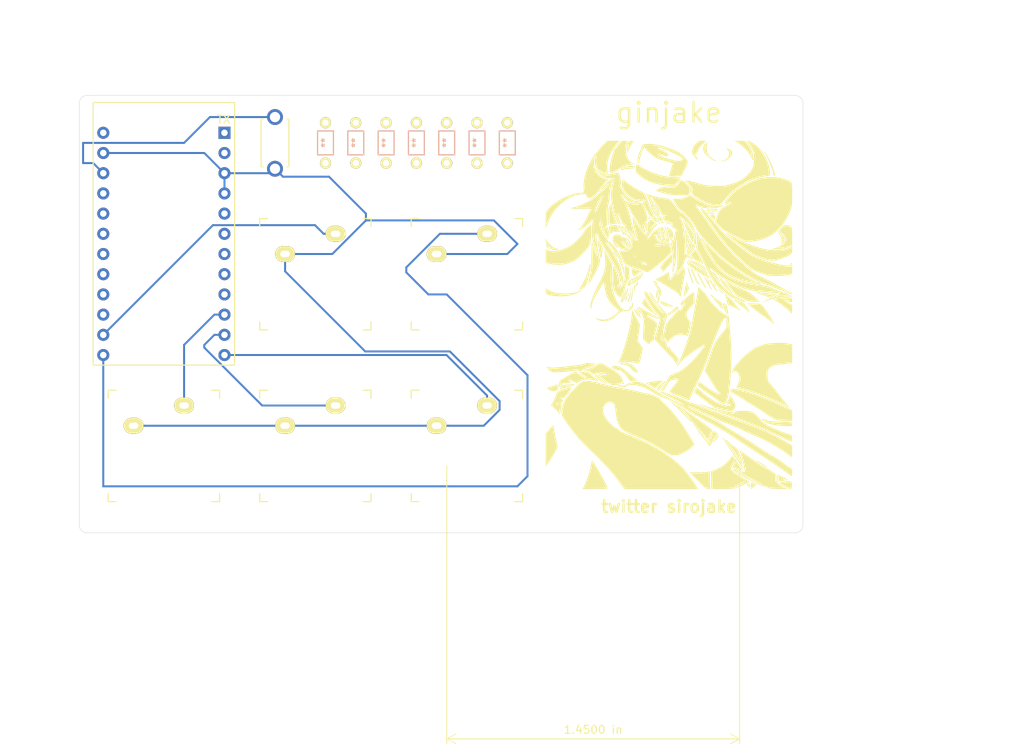
<source format=kicad_pcb>
(kicad_pcb (version 20171130) (host pcbnew "(5.1.2)-1")
  (layers (0 F.Cu signal) (31 B.Cu signal) (34 B.Paste user) (35 F.Paste user) (36 B.SilkS user) (37 F.SilkS user) (38 B.Mask user) (39 F.Mask user) (44 Edge.Cuts user))
  (net 0 "")
  (net 1 GND)
  (net 2 VCC)
  (net 3 "Net-(SW2-Pad1)")
  (net 4 "Net-(SW3-Pad2)")
  (net 5 "Net-(SW4-Pad2)")
  (net 6 "Net-(SW5-Pad2)")
  (net 7 "Net-(U2-Pad15)")
  (net 8 "Net-(U2-Pad16)")
  (net 9 "Net-(U2-Pad17)")
  (net 10 "Net-(U2-Pad18)")
  (net 11 "Net-(U2-Pad19)")
  (net 12 "Net-(U2-Pad20)")
  (net 13 "Net-(U2-Pad24)")
  (net 14 "Net-(U2-Pad9)")
  (net 15 "Net-(U2-Pad8)")
  (net 16 "Net-(U2-Pad7)")
  (net 17 "Net-(U2-Pad6)")
  (net 18 "Net-(U2-Pad5)")
  (net 19 "Net-(U2-Pad2)")
  (net 20 "Net-(U2-Pad1)")
  (net 21 "Net-(SW1-Pad2)")
  (net 22 "Net-(SW6-Pad2)")
  (module image:mask (layer F.Cu) (at 104.14 162.56)
    (fp_text reference G*** hide)
    (fp_text value LOGO hide)
  )
  (module image:silk (layer F.Cu) (at 104.14 162.56)
    (fp_text reference G*** hide)
    (fp_text value LOGO hide)
  )
  (module image:image (layer F.Cu) (at 144.78 166.37)
    (fp_text reference G*** hide)
    (fp_text value LOGO hide)
  )
  (module image:image (layer F.Cu) (at 143.51 175.26)
    (fp_text reference G*** hide)
    (fp_text value LOGO hide)
  )
  (module foostan:CherryMX_1u (layer F.Cu) (at 59.69 179.07)
    (fp_text reference SW4 hide)
    (fp_text value SW_PUSH hide)
    (pad "" np_thru_hole circle (at 0 0 90) (size 4 4) (drill 4) (layers *.Cu *.Mask))
    (pad "" np_thru_hole circle (at -5.5 0 90) (size 1.9 1.9) (drill 1.9) (layers *.Cu *.Mask))
    (pad "" np_thru_hole circle (at 5.5 0 90) (size 1.9 1.9) (drill 1.9) (layers *.Cu *.Mask))
    (pad 2 thru_hole oval (at 2.54 -5.08) (size 2.5 2) (drill oval 1.2 0.8) (layers *.Cu F.SilkS B.Mask) (net 5 "Net-(SW4-Pad2)"))
    (pad 1 thru_hole oval (at -3.81 -2.54) (size 2.5 2) (drill oval 1.2 0.8) (layers *.Cu F.SilkS B.Mask) (net 1 GND))
  )
  (module foostan:CherryMX_1u (layer F.Cu) (at 78.74 157.48)
    (fp_text reference SW6 hide)
    (fp_text value SW_PUSH hide)
    (pad 1 thru_hole oval (at -3.81 -2.54) (size 2.5 2) (drill oval 1.2 0.8) (layers *.Cu F.SilkS B.Mask) (net 1 GND))
    (pad 2 thru_hole oval (at 2.54 -5.08) (size 2.5 2) (drill oval 1.2 0.8) (layers *.Cu F.SilkS B.Mask) (net 22 "Net-(SW6-Pad2)"))
    (pad "" np_thru_hole circle (at 5.5 0 90) (size 1.9 1.9) (drill 1.9) (layers *.Cu *.Mask))
    (pad "" np_thru_hole circle (at -5.5 0 90) (size 1.9 1.9) (drill 1.9) (layers *.Cu *.Mask))
    (pad "" np_thru_hole circle (at 0 0 90) (size 4 4) (drill 4) (layers *.Cu *.Mask))
  )
  (module foostan:R (layer F.Cu) (at 60.96 140.97 90)
    (fp_text reference ** (at 0.05 -0.08 90) (layer F.SilkS) (effects (font (size 0.8128 0.8128))))
    (fp_text value R hide)
    (fp_text user ** (at 0 -0.0635 90) (layer B.SilkS) (effects (font (size 0.8128 0.8128)) (justify mirror)))
    (pad 2 thru_hole circle (at 2.54 0 90) (size 1.397 1.397) (drill 0.8128) (layers *.Cu *.Mask F.SilkS))
    (pad 1 thru_hole circle (at -2.54 0 90) (size 1.397 1.397) (drill 0.8128) (layers *.Cu *.Mask F.SilkS))
  )
  (module foostan:R (layer F.Cu) (at 64.77 140.97 90)
    (fp_text reference ** (at 0.05 -0.08 90) (layer F.SilkS) (effects (font (size 0.8128 0.8128))))
    (fp_text value R hide)
    (fp_text user ** (at 0 -0.0635 90) (layer B.SilkS) (effects (font (size 0.8128 0.8128)) (justify mirror)))
    (pad 2 thru_hole circle (at 2.54 0 90) (size 1.397 1.397) (drill 0.8128) (layers *.Cu *.Mask F.SilkS))
    (pad 1 thru_hole circle (at -2.54 0 90) (size 1.397 1.397) (drill 0.8128) (layers *.Cu *.Mask F.SilkS))
  )
  (module foostan:R (layer F.Cu) (at 68.58 140.97 90)
    (fp_text reference ** (at 0.05 -0.08 90) (layer F.SilkS) (effects (font (size 0.8128 0.8128))))
    (fp_text value R hide)
    (fp_text user ** (at 0 -0.0635 90) (layer B.SilkS) (effects (font (size 0.8128 0.8128)) (justify mirror)))
    (pad 2 thru_hole circle (at 2.54 0 90) (size 1.397 1.397) (drill 0.8128) (layers *.Cu *.Mask F.SilkS))
    (pad 1 thru_hole circle (at -2.54 0 90) (size 1.397 1.397) (drill 0.8128) (layers *.Cu *.Mask F.SilkS))
  )
  (module foostan:R (layer F.Cu) (at 72.39 140.97 90)
    (fp_text reference ** (at 0.05 -0.08 90) (layer F.SilkS) (effects (font (size 0.8128 0.8128))))
    (fp_text value R hide)
    (fp_text user ** (at 0 -0.0635 90) (layer B.SilkS) (effects (font (size 0.8128 0.8128)) (justify mirror)))
    (pad 2 thru_hole circle (at 2.54 0 90) (size 1.397 1.397) (drill 0.8128) (layers *.Cu *.Mask F.SilkS))
    (pad 1 thru_hole circle (at -2.54 0 90) (size 1.397 1.397) (drill 0.8128) (layers *.Cu *.Mask F.SilkS))
  )
  (module foostan:R (layer F.Cu) (at 76.2 140.97 90)
    (fp_text reference ** (at 0.05 -0.08 90) (layer F.SilkS) (effects (font (size 0.8128 0.8128))))
    (fp_text value R hide)
    (fp_text user ** (at 0 -0.0635 90) (layer B.SilkS) (effects (font (size 0.8128 0.8128)) (justify mirror)))
    (pad 2 thru_hole circle (at 2.54 0 90) (size 1.397 1.397) (drill 0.8128) (layers *.Cu *.Mask F.SilkS))
    (pad 1 thru_hole circle (at -2.54 0 90) (size 1.397 1.397) (drill 0.8128) (layers *.Cu *.Mask F.SilkS))
  )
  (module foostan:R (layer F.Cu) (at 80.01 140.97 90)
    (fp_text reference ** (at 0.05 -0.08 90) (layer F.SilkS) (effects (font (size 0.8128 0.8128))))
    (fp_text value R hide)
    (fp_text user ** (at 0 -0.0635 90) (layer B.SilkS) (effects (font (size 0.8128 0.8128)) (justify mirror)))
    (pad 2 thru_hole circle (at 2.54 0 90) (size 1.397 1.397) (drill 0.8128) (layers *.Cu *.Mask F.SilkS))
    (pad 1 thru_hole circle (at -2.54 0 90) (size 1.397 1.397) (drill 0.8128) (layers *.Cu *.Mask F.SilkS))
  )
  (module foostan:R (layer F.Cu) (at 83.82 140.97 90)
    (fp_text reference ** (at 0.05 -0.08 90) (layer F.SilkS) (effects (font (size 0.8128 0.8128))))
    (fp_text value R hide)
    (fp_text user ** (at 0 -0.0635 90) (layer B.SilkS) (effects (font (size 0.8128 0.8128)) (justify mirror)))
    (pad 2 thru_hole circle (at 2.54 0 90) (size 1.397 1.397) (drill 0.8128) (layers *.Cu *.Mask F.SilkS))
    (pad 1 thru_hole circle (at -2.54 0 90) (size 1.397 1.397) (drill 0.8128) (layers *.Cu *.Mask F.SilkS))
  )
  (module foostan:CherryMX_1u (layer F.Cu) (at 59.69 157.48)
    (fp_text reference SW1 hide)
    (fp_text value SW_PUSH hide)
    (pad 1 thru_hole oval (at -3.81 -2.54) (size 2.5 2) (drill oval 1.2 0.8) (layers *.Cu F.SilkS B.Mask) (net 1 GND))
    (pad 2 thru_hole oval (at 2.54 -5.08) (size 2.5 2) (drill oval 1.2 0.8) (layers *.Cu F.SilkS B.Mask) (net 21 "Net-(SW1-Pad2)"))
    (pad "" np_thru_hole circle (at 5.5 0 90) (size 1.9 1.9) (drill 1.9) (layers *.Cu *.Mask))
    (pad "" np_thru_hole circle (at -5.5 0 90) (size 1.9 1.9) (drill 1.9) (layers *.Cu *.Mask))
    (pad "" np_thru_hole circle (at 0 0 90) (size 4 4) (drill 4) (layers *.Cu *.Mask))
  )
  (module zk:ProMicro_Reversed_Conthrough-irreversible (layer F.Cu) (at 40.64 135.89 270)
    (fp_text reference U2)
    (fp_text value ProMicro hide)
    (fp_text user TX (at 2.1336 -7.5184 unlocked) (layer F.SilkS))
    (pad 1 thru_hole rect (at 3.81 -7.62 270) (size 1.524 1.524) (drill 0.8128) (layers *.Cu *.Mask) (net 20 "Net-(U2-Pad1)"))
    (pad 2 thru_hole circle (at 6.35 -7.62 270) (size 1.524 1.524) (drill 0.8128) (layers *.Cu *.Mask) (net 19 "Net-(U2-Pad2)"))
    (pad 3 thru_hole circle (at 8.89 -7.62 270) (size 1.524 1.524) (drill 0.8128) (layers *.Cu *.Mask) (net 1 GND))
    (pad 4 thru_hole circle (at 11.43 -7.62 270) (size 1.524 1.524) (drill 0.8128) (layers *.Cu *.Mask) (net 1 GND))
    (pad 5 thru_hole circle (at 13.97 -7.62 270) (size 1.524 1.524) (drill 0.8128) (layers *.Cu *.Mask) (net 18 "Net-(U2-Pad5)"))
    (pad 6 thru_hole circle (at 16.51 -7.62 270) (size 1.524 1.524) (drill 0.8128) (layers *.Cu *.Mask) (net 17 "Net-(U2-Pad6)"))
    (pad 7 thru_hole circle (at 19.05 -7.62 270) (size 1.524 1.524) (drill 0.8128) (layers *.Cu *.Mask) (net 16 "Net-(U2-Pad7)"))
    (pad 8 thru_hole circle (at 21.59 -7.62 270) (size 1.524 1.524) (drill 0.8128) (layers *.Cu *.Mask) (net 15 "Net-(U2-Pad8)"))
    (pad 9 thru_hole circle (at 24.13 -7.62 270) (size 1.524 1.524) (drill 0.8128) (layers *.Cu *.Mask) (net 14 "Net-(U2-Pad9)"))
    (pad 10 thru_hole circle (at 26.67 -7.62 270) (size 1.524 1.524) (drill 0.8128) (layers *.Cu *.Mask) (net 6 "Net-(SW5-Pad2)"))
    (pad 11 thru_hole circle (at 29.21 -7.62 270) (size 1.524 1.524) (drill 0.8128) (layers *.Cu *.Mask) (net 5 "Net-(SW4-Pad2)"))
    (pad 12 thru_hole circle (at 31.75 -7.62 270) (size 1.524 1.524) (drill 0.8128) (layers *.Cu *.Mask) (net 4 "Net-(SW3-Pad2)"))
    (pad 24 thru_hole circle (at 3.81 7.62 270) (size 1.524 1.524) (drill 0.8128) (layers *.Cu *.Mask) (net 13 "Net-(U2-Pad24)"))
    (pad 23 thru_hole circle (at 6.35 7.62 270) (size 1.524 1.524) (drill 0.8128) (layers *.Cu *.Mask) (net 1 GND))
    (pad 22 thru_hole circle (at 8.89 7.62 270) (size 1.524 1.524) (drill 0.8128) (layers *.Cu *.Mask) (net 3 "Net-(SW2-Pad1)"))
    (pad 21 thru_hole circle (at 11.43 7.62 270) (size 1.524 1.524) (drill 0.8128) (layers *.Cu *.Mask) (net 2 VCC))
    (pad 20 thru_hole circle (at 13.97 7.62 270) (size 1.524 1.524) (drill 0.8128) (layers *.Cu *.Mask) (net 12 "Net-(U2-Pad20)"))
    (pad 19 thru_hole circle (at 16.51 7.62 270) (size 1.524 1.524) (drill 0.8128) (layers *.Cu *.Mask) (net 11 "Net-(U2-Pad19)"))
    (pad 18 thru_hole circle (at 19.05 7.62 270) (size 1.524 1.524) (drill 0.8128) (layers *.Cu *.Mask) (net 10 "Net-(U2-Pad18)"))
    (pad 17 thru_hole circle (at 21.59 7.62 270) (size 1.524 1.524) (drill 0.8128) (layers *.Cu *.Mask) (net 9 "Net-(U2-Pad17)"))
    (pad 16 thru_hole circle (at 24.13 7.62 270) (size 1.524 1.524) (drill 0.8128) (layers *.Cu *.Mask) (net 8 "Net-(U2-Pad16)"))
    (pad 15 thru_hole circle (at 26.67 7.62 270) (size 1.524 1.524) (drill 0.8128) (layers *.Cu *.Mask) (net 7 "Net-(U2-Pad15)"))
    (pad 14 thru_hole circle (at 29.21 7.62 270) (size 1.524 1.524) (drill 0.8128) (layers *.Cu *.Mask) (net 21 "Net-(SW1-Pad2)"))
    (pad 13 thru_hole circle (at 31.75 7.62 270) (size 1.524 1.524) (drill 0.8128) (layers *.Cu *.Mask) (net 22 "Net-(SW6-Pad2)"))
  )
  (module foostan:CherryMX_1u (layer F.Cu) (at 40.64 179.07)
    (fp_text reference SW5 hide)
    (fp_text value SW_PUSH hide)
    (pad "" np_thru_hole circle (at 0 0 90) (size 4 4) (drill 4) (layers *.Cu *.Mask))
    (pad "" np_thru_hole circle (at -5.5 0 90) (size 1.9 1.9) (drill 1.9) (layers *.Cu *.Mask))
    (pad "" np_thru_hole circle (at 5.5 0 90) (size 1.9 1.9) (drill 1.9) (layers *.Cu *.Mask))
    (pad 2 thru_hole oval (at 2.54 -5.08) (size 2.5 2) (drill oval 1.2 0.8) (layers *.Cu F.SilkS B.Mask) (net 6 "Net-(SW5-Pad2)"))
    (pad 1 thru_hole oval (at -3.81 -2.54) (size 2.5 2) (drill oval 1.2 0.8) (layers *.Cu F.SilkS B.Mask) (net 1 GND))
  )
  (module foostan:CherryMX_1u (layer F.Cu) (at 78.74 179.07)
    (fp_text reference SW3 hide)
    (fp_text value SW_PUSH hide)
    (pad "" np_thru_hole circle (at 0 0 90) (size 4 4) (drill 4) (layers *.Cu *.Mask))
    (pad "" np_thru_hole circle (at -5.5 0 90) (size 1.9 1.9) (drill 1.9) (layers *.Cu *.Mask))
    (pad "" np_thru_hole circle (at 5.5 0 90) (size 1.9 1.9) (drill 1.9) (layers *.Cu *.Mask))
    (pad 2 thru_hole oval (at 2.54 -5.08) (size 2.5 2) (drill oval 1.2 0.8) (layers *.Cu F.SilkS B.Mask) (net 4 "Net-(SW3-Pad2)"))
    (pad 1 thru_hole oval (at -3.81 -2.54) (size 2.5 2) (drill oval 1.2 0.8) (layers *.Cu F.SilkS B.Mask) (net 1 GND))
  )
  (module zk:ResetSW-irreversible (layer F.Cu) (at 54.61 140.97 270)
    (fp_text reference SW2 hide)
    (fp_text value SW_Push)
    (pad 1 thru_hole circle (at -3.25 0 270) (size 2 2) (drill 1.3) (layers *.Cu *.Mask) (net 3 "Net-(SW2-Pad1)"))
    (pad 2 thru_hole circle (at 3.25 0 270) (size 2 2) (drill 1.3) (layers *.Cu *.Mask) (net 1 GND))
  )
  (gr_text ginjake (at 104.14 137.16) (layer F.SilkS) (effects (font (size 2.5 2.5) (thickness 0.3))))
  (dimension 36.83 (width 0.12) (layer F.SilkS) (gr_text "36.830 mm" (at 94.615 217.17) (layer F.SilkS) (effects (font (size 1 1) (thickness 0.15)))) (feature1 (pts (xy 113.03 181.61) (xy 113.03 216.486421))) (feature2 (pts (xy 76.2 181.61) (xy 76.2 216.486421))) (crossbar (pts (xy 76.2 215.9) (xy 113.03 215.9))) (arrow1a (pts (xy 113.03 215.9) (xy 111.903496 216.486421))) (arrow1b (pts (xy 113.03 215.9) (xy 111.903496 215.313579))) (arrow2a (pts (xy 76.2 215.9) (xy 77.326504 216.486421))) (arrow2b (pts (xy 76.2 215.9) (xy 77.326504 215.313579))))
  (gr_line (start 30 136) (end 30 189) (layer Edge.Cuts) (width 0.05))
  (gr_line (start 31 190) (end 120 190) (layer Edge.Cuts) (width 0.05))
  (gr_arc (start 31 189) (end 30 189) (angle -90) (layer Edge.Cuts) (width 0.05))
  (gr_arc (start 120 189) (end 120 190) (angle -90) (layer Edge.Cuts) (width 0.05))
  (gr_line (start 121 189) (end 121 136) (layer Edge.Cuts) (width 0.05))
  (gr_arc (start 31 136) (end 31 135) (angle -90) (layer Edge.Cuts) (width 0.05))
  (gr_arc (start 120 136) (end 121 136) (angle -90) (layer Edge.Cuts) (width 0.05))
  (gr_text "twitter sirojake" (at 104.14 186.69) (layer F.SilkS) (effects (font (size 1.5 1.5) (thickness 0.3))))
  (gr_line (start 120 135) (end 31 135) (layer Edge.Cuts) (width 0.05))
  (segment (start 45.72 142.24) (end 48.26 144.78) (width 0.25) (layer B.Cu) (net 1))
  (segment (start 33.02 142.24) (end 45.72 142.24) (width 0.25) (layer B.Cu) (net 1))
  (segment (start 54.05 144.78) (end 54.61 144.22) (width 0.25) (layer B.Cu) (net 1))
  (segment (start 48.26 144.78) (end 54.05 144.78) (width 0.25) (layer B.Cu) (net 1))
  (segment (start 55.609999 145.219999) (end 61.399999 145.219999) (width 0.25) (layer B.Cu) (net 1))
  (segment (start 54.61 144.22) (end 55.609999 145.219999) (width 0.25) (layer B.Cu) (net 1))
  (segment (start 61.399999 145.219999) (end 66.04 149.86) (width 0.25) (layer B.Cu) (net 1))
  (segment (start 57.38 154.94) (end 55.88 154.94) (width 0.25) (layer B.Cu) (net 1))
  (segment (start 61.813847 154.94) (end 57.38 154.94) (width 0.25) (layer B.Cu) (net 1))
  (segment (start 66.04 150.713847) (end 61.813847 154.94) (width 0.25) (layer B.Cu) (net 1))
  (segment (start 66.04 149.86) (end 66.04 150.713847) (width 0.25) (layer B.Cu) (net 1))
  (segment (start 48.26 144.78) (end 48.26 147.32) (width 0.25) (layer B.Cu) (net 1))
  (segment (start 66.04 150.713847) (end 82.133847 150.713847) (width 0.25) (layer B.Cu) (net 1))
  (segment (start 82.133847 150.713847) (end 85.09 153.67) (width 0.25) (layer B.Cu) (net 1))
  (segment (start 83.82 154.94) (end 74.93 154.94) (width 0.25) (layer B.Cu) (net 1))
  (segment (start 85.09 153.67) (end 83.82 154.94) (width 0.25) (layer B.Cu) (net 1))
  (segment (start 36.83 176.53) (end 55.88 176.53) (width 0.25) (layer B.Cu) (net 1))
  (segment (start 55.88 176.53) (end 74.93 176.53) (width 0.25) (layer B.Cu) (net 1))
  (segment (start 76.43 176.53) (end 74.93 176.53) (width 0.25) (layer B.Cu) (net 1))
  (segment (start 80.863847 176.53) (end 76.43 176.53) (width 0.25) (layer B.Cu) (net 1))
  (segment (start 82.85501 174.538837) (end 80.863847 176.53) (width 0.25) (layer B.Cu) (net 1))
  (segment (start 82.85501 173.441163) (end 82.85501 174.538837) (width 0.25) (layer B.Cu) (net 1))
  (segment (start 76.603837 167.18999) (end 82.85501 173.441163) (width 0.25) (layer B.Cu) (net 1))
  (segment (start 65.958988 167.18999) (end 76.603837 167.18999) (width 0.25) (layer B.Cu) (net 1))
  (segment (start 55.88 157.111002) (end 65.958988 167.18999) (width 0.25) (layer B.Cu) (net 1))
  (segment (start 55.88 154.94) (end 55.88 157.111002) (width 0.25) (layer B.Cu) (net 1))
  (segment (start 54.61 137.72) (end 46.43 137.72) (width 0.25) (layer B.Cu) (net 3))
  (segment (start 46.43 137.72) (end 43.18 140.97) (width 0.25) (layer B.Cu) (net 3))
  (segment (start 43.18 140.97) (end 30.48 140.97) (width 0.25) (layer B.Cu) (net 3))
  (segment (start 30.48 140.97) (end 30.48 143.51) (width 0.25) (layer B.Cu) (net 3))
  (segment (start 31.75 143.51) (end 33.02 144.78) (width 0.25) (layer B.Cu) (net 3))
  (segment (start 30.48 143.51) (end 31.75 143.51) (width 0.25) (layer B.Cu) (net 3))
  (segment (start 81.28 172.74) (end 81.28 173.99) (width 0.25) (layer B.Cu) (net 4))
  (segment (start 76.18 167.64) (end 81.28 172.74) (width 0.25) (layer B.Cu) (net 4))
  (segment (start 48.26 167.64) (end 76.18 167.64) (width 0.25) (layer B.Cu) (net 4))
  (segment (start 48.26 165.1) (end 46.99 165.1) (width 0.25) (layer B.Cu) (net 5))
  (segment (start 46.99 165.1) (end 45.72 166.37) (width 0.25) (layer B.Cu) (net 5))
  (segment (start 60.73 173.99) (end 62.23 173.99) (width 0.25) (layer B.Cu) (net 5))
  (segment (start 53.001238 173.99) (end 60.73 173.99) (width 0.25) (layer B.Cu) (net 5))
  (segment (start 45.72 166.708762) (end 53.001238 173.99) (width 0.25) (layer B.Cu) (net 5))
  (segment (start 45.72 166.37) (end 45.72 166.708762) (width 0.25) (layer B.Cu) (net 5))
  (segment (start 48.26 162.56) (end 46.99 162.56) (width 0.25) (layer B.Cu) (net 6))
  (segment (start 43.18 166.37) (end 43.18 173.99) (width 0.25) (layer B.Cu) (net 6))
  (segment (start 46.99 162.56) (end 43.18 166.37) (width 0.25) (layer B.Cu) (net 6))
  (segment (start 60.73 152.4) (end 62.23 152.4) (width 0.25) (layer B.Cu) (net 21))
  (segment (start 59.642999 151.312999) (end 60.73 152.4) (width 0.25) (layer B.Cu) (net 21))
  (segment (start 46.807001 151.312999) (end 59.642999 151.312999) (width 0.25) (layer B.Cu) (net 21))
  (segment (start 33.02 165.1) (end 46.807001 151.312999) (width 0.25) (layer B.Cu) (net 21))
  (segment (start 33.02 167.64) (end 33.02 184.15) (width 0.25) (layer B.Cu) (net 22))
  (segment (start 33.02 184.15) (end 85.09 184.15) (width 0.25) (layer B.Cu) (net 22))
  (segment (start 85.09 184.15) (end 86.36 182.88) (width 0.25) (layer B.Cu) (net 22))
  (segment (start 86.36 182.88) (end 86.36 170.18) (width 0.25) (layer B.Cu) (net 22))
  (segment (start 86.36 170.18) (end 76.2 160.02) (width 0.25) (layer B.Cu) (net 22))
  (segment (start 73.892998 160.02) (end 71.12 157.247002) (width 0.25) (layer B.Cu) (net 22))
  (segment (start 76.2 160.02) (end 73.892998 160.02) (width 0.25) (layer B.Cu) (net 22))
  (segment (start 75.346153 152.4) (end 76.2 152.4) (width 0.25) (layer B.Cu) (net 22))
  (segment (start 71.12 156.626153) (end 75.346153 152.4) (width 0.25) (layer B.Cu) (net 22))
  (segment (start 71.12 157.247002) (end 71.12 156.626153) (width 0.25) (layer B.Cu) (net 22))
  (segment (start 81.28 152.4) (end 76.2 152.4) (width 0.25) (layer B.Cu) (net 22))
)
</source>
